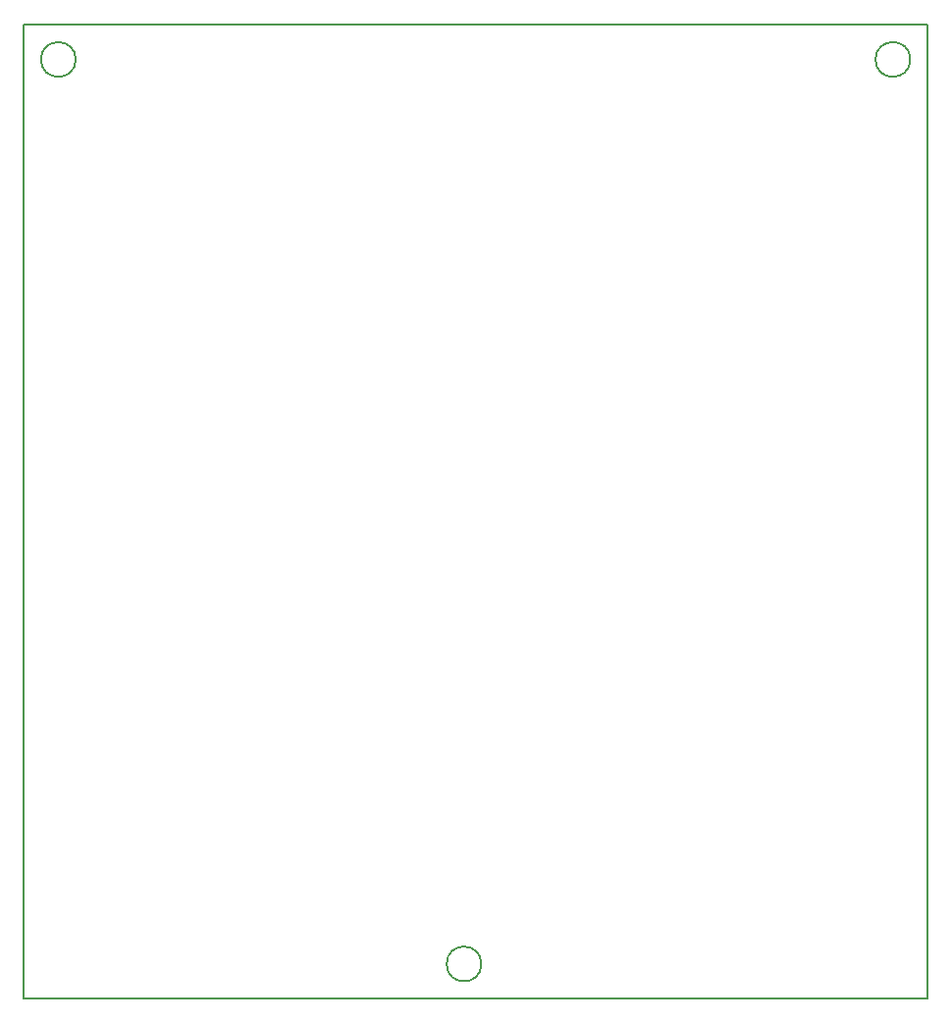
<source format=gbr>
G04 #@! TF.FileFunction,Profile,NP*
%FSLAX46Y46*%
G04 Gerber Fmt 4.6, Leading zero omitted, Abs format (unit mm)*
G04 Created by KiCad (PCBNEW 4.0.7) date *
%MOMM*%
%LPD*%
G01*
G04 APERTURE LIST*
%ADD10C,0.100000*%
%ADD11C,0.150000*%
G04 APERTURE END LIST*
D10*
D11*
X148500000Y-138000000D02*
G75*
G03X148500000Y-138000000I-1500000J0D01*
G01*
X113500000Y-60000000D02*
G75*
G03X113500000Y-60000000I-1500000J0D01*
G01*
X185500000Y-60000000D02*
G75*
G03X185500000Y-60000000I-1500000J0D01*
G01*
X109000000Y-141000000D02*
X110000000Y-141000000D01*
X109000000Y-57000000D02*
X109000000Y-141000000D01*
X110000000Y-57000000D02*
X109000000Y-57000000D01*
X187000000Y-57000000D02*
X187000000Y-58000000D01*
X187000000Y-57000000D02*
X110000000Y-57000000D01*
X187000000Y-141000000D02*
X187000000Y-58000000D01*
X110000000Y-141000000D02*
X187000000Y-141000000D01*
M02*

</source>
